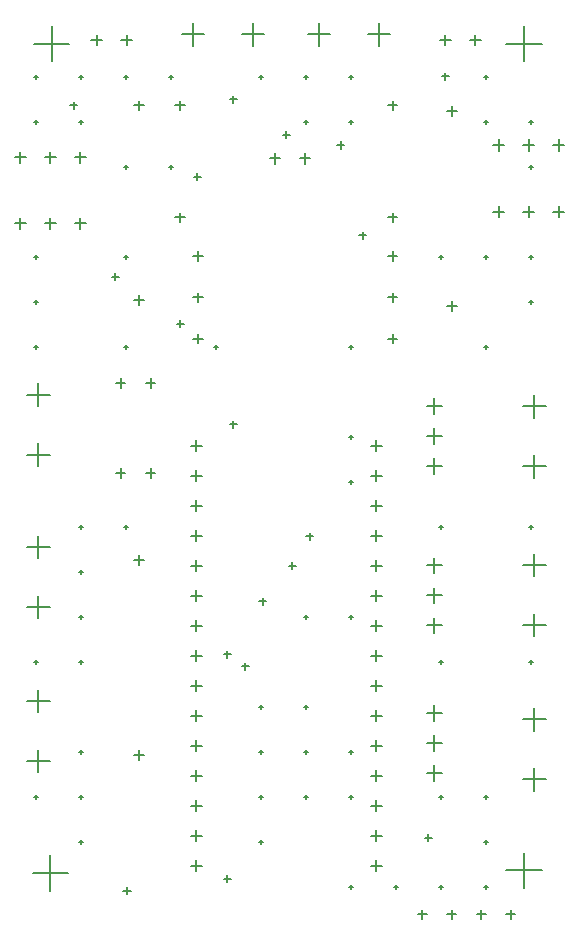
<source format=gbr>
%TF.GenerationSoftware,Altium Limited,Altium Designer,22.7.1 (60)*%
G04 Layer_Color=128*
%FSLAX45Y45*%
%MOMM*%
%TF.SameCoordinates,6F5B2F55-B7AD-49D5-9618-4F223791D6AE*%
%TF.FilePolarity,Positive*%
%TF.FileFunction,Drillmap*%
%TF.Part,Single*%
G01*
G75*
%TA.AperFunction,NonConductor*%
%ADD42C,0.12700*%
D42*
X4361900Y150000D02*
X4438100D01*
X4400000Y111900D02*
Y188100D01*
X4111900Y150000D02*
X4188100D01*
X4150000Y111900D02*
Y188100D01*
X3861900Y150000D02*
X3938100D01*
X3900000Y111900D02*
Y188100D01*
X3611900Y150000D02*
X3688100D01*
X3650000Y111900D02*
Y188100D01*
X304750Y2750000D02*
X495250D01*
X400000Y2654750D02*
Y2845250D01*
X304750Y3258000D02*
X495250D01*
X400000Y3162750D02*
Y3353250D01*
X360827Y7522599D02*
X660826D01*
X510827Y7372599D02*
Y7672599D01*
X4360826Y7522599D02*
X4660826D01*
X4510826Y7372599D02*
Y7672599D01*
X4360826Y522599D02*
X4660826D01*
X4510826Y372599D02*
Y672599D01*
X350000Y500000D02*
X650000D01*
X500000Y350000D02*
Y650000D01*
X3686000Y4454000D02*
X3814000D01*
X3750000Y4390000D02*
Y4518000D01*
X3686000Y4200000D02*
X3814000D01*
X3750000Y4136000D02*
Y4264000D01*
X3686000Y3946000D02*
X3814000D01*
X3750000Y3882000D02*
Y4010000D01*
X3686000Y3104000D02*
X3814000D01*
X3750000Y3040000D02*
Y3168000D01*
X3686000Y2850000D02*
X3814000D01*
X3750000Y2786000D02*
Y2914000D01*
X3686000Y2596000D02*
X3814000D01*
X3750000Y2532000D02*
Y2660000D01*
X3686000Y1854000D02*
X3814000D01*
X3750000Y1790000D02*
Y1918000D01*
X3686000Y1600000D02*
X3814000D01*
X3750000Y1536000D02*
Y1664000D01*
X3686000Y1346000D02*
X3814000D01*
X3750000Y1282000D02*
Y1410000D01*
X1210000Y7000000D02*
X1290000D01*
X1250000Y6960000D02*
Y7040000D01*
X1210000Y5350000D02*
X1290000D01*
X1250000Y5310000D02*
Y5390000D01*
X3860000Y6950000D02*
X3940000D01*
X3900000Y6910000D02*
Y6990000D01*
X3860000Y5300000D02*
X3940000D01*
X3900000Y5260000D02*
Y5340000D01*
X1210000Y3150000D02*
X1290000D01*
X1250000Y3110000D02*
Y3190000D01*
X1210000Y1500000D02*
X1290000D01*
X1250000Y1460000D02*
Y1540000D01*
X1310000Y4650000D02*
X1390000D01*
X1350000Y4610000D02*
Y4690000D01*
X1056000Y4650000D02*
X1136000D01*
X1096000Y4610000D02*
Y4690000D01*
X1056000Y3888000D02*
X1136000D01*
X1096000Y3848000D02*
Y3928000D01*
X1310000Y3888000D02*
X1390000D01*
X1350000Y3848000D02*
Y3928000D01*
X705740Y6000000D02*
X802260D01*
X754000Y5951740D02*
Y6048260D01*
X451740Y6000000D02*
X548260D01*
X500000Y5951740D02*
Y6048260D01*
X197740Y6000000D02*
X294260D01*
X246000Y5951740D02*
Y6048260D01*
X705740Y6557975D02*
X802260D01*
X754000Y6509715D02*
Y6606235D01*
X451740Y6557975D02*
X548260D01*
X500000Y6509715D02*
Y6606235D01*
X197740Y6557975D02*
X294260D01*
X246000Y6509715D02*
Y6606235D01*
X3802500Y7550000D02*
X3889500D01*
X3846000Y7506500D02*
Y7593500D01*
X4056500Y7550000D02*
X4143500D01*
X4100000Y7506500D02*
Y7593500D01*
X848824Y7550000D02*
X935824D01*
X892324Y7506500D02*
Y7593500D01*
X1102824Y7550000D02*
X1189824D01*
X1146324Y7506500D02*
Y7593500D01*
X4247740Y6664025D02*
X4344260D01*
X4296000Y6615765D02*
Y6712285D01*
X4501740Y6664025D02*
X4598260D01*
X4550000Y6615765D02*
Y6712285D01*
X4755740Y6664025D02*
X4852260D01*
X4804000Y6615765D02*
Y6712285D01*
X2356500Y6550000D02*
X2443500D01*
X2400000Y6506500D02*
Y6593500D01*
X2610500Y6550000D02*
X2697500D01*
X2654000Y6506500D02*
Y6593500D01*
X3360000Y5724575D02*
X3440000D01*
X3400000Y5684575D02*
Y5764574D01*
X1710000Y5724575D02*
X1790000D01*
X1750000Y5684575D02*
Y5764574D01*
X3360000Y5374149D02*
X3440000D01*
X3400000Y5334149D02*
Y5414149D01*
X1710000Y5374149D02*
X1790000D01*
X1750000Y5334149D02*
Y5414149D01*
X3360000Y5023724D02*
X3440000D01*
X3400000Y4983724D02*
Y5063724D01*
X1710000Y5023724D02*
X1790000D01*
X1750000Y4983724D02*
Y5063724D01*
X4247740Y6100000D02*
X4344260D01*
X4296000Y6051740D02*
Y6148260D01*
X4501740Y6100000D02*
X4598260D01*
X4550000Y6051740D02*
Y6148260D01*
X4755740Y6100000D02*
X4852260D01*
X4804000Y6051740D02*
Y6148260D01*
X3360000Y6050000D02*
X3440000D01*
X3400000Y6010000D02*
Y6090000D01*
X3360000Y7000000D02*
X3440000D01*
X3400000Y6960000D02*
Y7040000D01*
X1560000Y6050000D02*
X1640000D01*
X1600000Y6010000D02*
Y6090000D01*
X1560000Y7000000D02*
X1640000D01*
X1600000Y6960000D02*
Y7040000D01*
X4504750Y4450000D02*
X4695250D01*
X4600000Y4354750D02*
Y4545250D01*
X4504750Y3942000D02*
X4695250D01*
X4600000Y3846750D02*
Y4037250D01*
X4504750Y3108000D02*
X4695250D01*
X4600000Y3012750D02*
Y3203250D01*
X4504750Y2600000D02*
X4695250D01*
X4600000Y2504750D02*
Y2695250D01*
X4504750Y1800000D02*
X4695250D01*
X4600000Y1704750D02*
Y1895250D01*
X4504750Y1292000D02*
X4695250D01*
X4600000Y1196750D02*
Y1387250D01*
X1693000Y562000D02*
X1783000D01*
X1738000Y517000D02*
Y607000D01*
X1693000Y816000D02*
X1783000D01*
X1738000Y771000D02*
Y861000D01*
X1693000Y1070000D02*
X1783000D01*
X1738000Y1025000D02*
Y1115000D01*
X1693000Y1324000D02*
X1783000D01*
X1738000Y1279000D02*
Y1369000D01*
X1693000Y1578000D02*
X1783000D01*
X1738000Y1533000D02*
Y1623000D01*
X1693000Y1832000D02*
X1783000D01*
X1738000Y1787000D02*
Y1877000D01*
X1693000Y2086000D02*
X1783000D01*
X1738000Y2041000D02*
Y2131000D01*
X1693000Y2340000D02*
X1783000D01*
X1738000Y2295000D02*
Y2385000D01*
X1693000Y2594000D02*
X1783000D01*
X1738000Y2549000D02*
Y2639000D01*
X1693000Y2848000D02*
X1783000D01*
X1738000Y2803000D02*
Y2893000D01*
X1693000Y3102000D02*
X1783000D01*
X1738000Y3057000D02*
Y3147000D01*
X1693000Y3356000D02*
X1783000D01*
X1738000Y3311000D02*
Y3401000D01*
X1693000Y3610000D02*
X1783000D01*
X1738000Y3565000D02*
Y3655000D01*
X1693000Y3864000D02*
X1783000D01*
X1738000Y3819000D02*
Y3909000D01*
X1693000Y4118000D02*
X1783000D01*
X1738000Y4073000D02*
Y4163000D01*
X3217000Y4118000D02*
X3307000D01*
X3262000Y4073000D02*
Y4163000D01*
X3217000Y3864000D02*
X3307000D01*
X3262000Y3819000D02*
Y3909000D01*
X3217000Y3610000D02*
X3307000D01*
X3262000Y3565000D02*
Y3655000D01*
X3217000Y3356000D02*
X3307000D01*
X3262000Y3311000D02*
Y3401000D01*
X3217000Y3102000D02*
X3307000D01*
X3262000Y3057000D02*
Y3147000D01*
X3217000Y2848000D02*
X3307000D01*
X3262000Y2803000D02*
Y2893000D01*
X3217000Y2594000D02*
X3307000D01*
X3262000Y2549000D02*
Y2639000D01*
X3217000Y2340000D02*
X3307000D01*
X3262000Y2295000D02*
Y2385000D01*
X3217000Y2086000D02*
X3307000D01*
X3262000Y2041000D02*
Y2131000D01*
X3217000Y1832000D02*
X3307000D01*
X3262000Y1787000D02*
Y1877000D01*
X3217000Y1578000D02*
X3307000D01*
X3262000Y1533000D02*
Y1623000D01*
X3217000Y1324000D02*
X3307000D01*
X3262000Y1279000D02*
Y1369000D01*
X3217000Y1070000D02*
X3307000D01*
X3262000Y1025000D02*
Y1115000D01*
X3217000Y816000D02*
X3307000D01*
X3262000Y771000D02*
Y861000D01*
X3217000Y562000D02*
X3307000D01*
X3262000Y517000D02*
Y607000D01*
X304750Y1450000D02*
X495250D01*
X400000Y1354750D02*
Y1545250D01*
X304750Y1958000D02*
X495250D01*
X400000Y1862750D02*
Y2053250D01*
X304750Y4042000D02*
X495250D01*
X400000Y3946750D02*
Y4137250D01*
X304750Y4550000D02*
X495250D01*
X400000Y4454750D02*
Y4645250D01*
X2680325Y7600000D02*
X2870825D01*
X2775575Y7504750D02*
Y7695250D01*
X3188325Y7600000D02*
X3378825D01*
X3283575Y7504750D02*
Y7695250D01*
X1613499Y7600000D02*
X1803999D01*
X1708749Y7504750D02*
Y7695250D01*
X2121499Y7600000D02*
X2311999D01*
X2216749Y7504750D02*
Y7695250D01*
X3670000Y800000D02*
X3730000D01*
X3700000Y770000D02*
Y830000D01*
X3792500Y381000D02*
X3827500D01*
X3810000Y363500D02*
Y398500D01*
X4554500Y6858000D02*
X4589500D01*
X4572000Y6840500D02*
Y6875500D01*
X4554500Y6477000D02*
X4589500D01*
X4572000Y6459500D02*
Y6494500D01*
X4554500Y5715000D02*
X4589500D01*
X4572000Y5697500D02*
Y5732500D01*
X4554500Y5334000D02*
X4589500D01*
X4572000Y5316500D02*
Y5351500D01*
X4554500Y3429000D02*
X4589500D01*
X4572000Y3411500D02*
Y3446500D01*
X4554500Y2286000D02*
X4589500D01*
X4572000Y2268500D02*
Y2303500D01*
X4173500Y7239000D02*
X4208500D01*
X4191000Y7221500D02*
Y7256500D01*
X4173500Y6858000D02*
X4208500D01*
X4191000Y6840500D02*
Y6875500D01*
X4173500Y5715000D02*
X4208500D01*
X4191000Y5697500D02*
Y5732500D01*
X4173500Y4953000D02*
X4208500D01*
X4191000Y4935500D02*
Y4970500D01*
X4173500Y1143000D02*
X4208500D01*
X4191000Y1125500D02*
Y1160500D01*
X4173500Y762000D02*
X4208500D01*
X4191000Y744500D02*
Y779500D01*
X4173500Y381000D02*
X4208500D01*
X4191000Y363500D02*
Y398500D01*
X3792500Y5715000D02*
X3827500D01*
X3810000Y5697500D02*
Y5732500D01*
X3792500Y3429000D02*
X3827500D01*
X3810000Y3411500D02*
Y3446500D01*
X3792500Y2286000D02*
X3827500D01*
X3810000Y2268500D02*
Y2303500D01*
X3792500Y1143000D02*
X3827500D01*
X3810000Y1125500D02*
Y1160500D01*
X3411500Y381000D02*
X3446500D01*
X3429000Y363500D02*
Y398500D01*
X3030500Y7239000D02*
X3065500D01*
X3048000Y7221500D02*
Y7256500D01*
X3030500Y6858000D02*
X3065500D01*
X3048000Y6840500D02*
Y6875500D01*
X3030500Y4953000D02*
X3065500D01*
X3048000Y4935500D02*
Y4970500D01*
X3030500Y4191000D02*
X3065500D01*
X3048000Y4173500D02*
Y4208500D01*
X3030500Y3810000D02*
X3065500D01*
X3048000Y3792500D02*
Y3827500D01*
X3030500Y2667000D02*
X3065500D01*
X3048000Y2649500D02*
Y2684500D01*
X3030500Y1524000D02*
X3065500D01*
X3048000Y1506500D02*
Y1541500D01*
X3030500Y1143000D02*
X3065500D01*
X3048000Y1125500D02*
Y1160500D01*
X3030500Y381000D02*
X3065500D01*
X3048000Y363500D02*
Y398500D01*
X2649500Y7239000D02*
X2684500D01*
X2667000Y7221500D02*
Y7256500D01*
X2649500Y6858000D02*
X2684500D01*
X2667000Y6840500D02*
Y6875500D01*
X2649500Y2667000D02*
X2684500D01*
X2667000Y2649500D02*
Y2684500D01*
X2649500Y1905000D02*
X2684500D01*
X2667000Y1887500D02*
Y1922500D01*
X2649500Y1524000D02*
X2684500D01*
X2667000Y1506500D02*
Y1541500D01*
X2649500Y1143000D02*
X2684500D01*
X2667000Y1125500D02*
Y1160500D01*
X2268500Y7239000D02*
X2303500D01*
X2286000Y7221500D02*
Y7256500D01*
X2268500Y1905000D02*
X2303500D01*
X2286000Y1887500D02*
Y1922500D01*
X2268500Y1524000D02*
X2303500D01*
X2286000Y1506500D02*
Y1541500D01*
X2268500Y1143000D02*
X2303500D01*
X2286000Y1125500D02*
Y1160500D01*
X2268500Y762000D02*
X2303500D01*
X2286000Y744500D02*
Y779500D01*
X1887500Y4953000D02*
X1922500D01*
X1905000Y4935500D02*
Y4970500D01*
X1506500Y7239000D02*
X1541500D01*
X1524000Y7221500D02*
Y7256500D01*
X1506500Y6477000D02*
X1541500D01*
X1524000Y6459500D02*
Y6494500D01*
X1125500Y7239000D02*
X1160500D01*
X1143000Y7221500D02*
Y7256500D01*
X1125500Y6477000D02*
X1160500D01*
X1143000Y6459500D02*
Y6494500D01*
X1125500Y5715000D02*
X1160500D01*
X1143000Y5697500D02*
Y5732500D01*
X1125500Y4953000D02*
X1160500D01*
X1143000Y4935500D02*
Y4970500D01*
X1125500Y3429000D02*
X1160500D01*
X1143000Y3411500D02*
Y3446500D01*
X744500Y7239000D02*
X779500D01*
X762000Y7221500D02*
Y7256500D01*
X744500Y6858000D02*
X779500D01*
X762000Y6840500D02*
Y6875500D01*
X744500Y3429000D02*
X779500D01*
X762000Y3411500D02*
Y3446500D01*
X744500Y3048000D02*
X779500D01*
X762000Y3030500D02*
Y3065500D01*
X744500Y2667000D02*
X779500D01*
X762000Y2649500D02*
Y2684500D01*
X744500Y2286000D02*
X779500D01*
X762000Y2268500D02*
Y2303500D01*
X744500Y1524000D02*
X779500D01*
X762000Y1506500D02*
Y1541500D01*
X744500Y1143000D02*
X779500D01*
X762000Y1125500D02*
Y1160500D01*
X744500Y762000D02*
X779500D01*
X762000Y744500D02*
Y779500D01*
X363500Y7239000D02*
X398500D01*
X381000Y7221500D02*
Y7256500D01*
X363500Y6858000D02*
X398500D01*
X381000Y6840500D02*
Y6875500D01*
X363500Y5715000D02*
X398500D01*
X381000Y5697500D02*
Y5732500D01*
X363500Y5334000D02*
X398500D01*
X381000Y5316500D02*
Y5351500D01*
X363500Y4953000D02*
X398500D01*
X381000Y4935500D02*
Y4970500D01*
X363500Y2286000D02*
X398500D01*
X381000Y2268500D02*
Y2303500D01*
X363500Y1143000D02*
X398500D01*
X381000Y1125500D02*
Y1160500D01*
X1120000Y350000D02*
X1180000D01*
X1150000Y320000D02*
Y380000D01*
X2470000Y6750000D02*
X2530000D01*
X2500000Y6720000D02*
Y6780000D01*
X2520000Y3100000D02*
X2580000D01*
X2550000Y3070000D02*
Y3130000D01*
X2270000Y2800000D02*
X2330000D01*
X2300000Y2770000D02*
Y2830000D01*
X2665922Y3349296D02*
X2725921D01*
X2695921Y3319296D02*
Y3379296D01*
X2929947Y6663321D02*
X2989947D01*
X2959947Y6633322D02*
Y6693321D01*
X3115922Y5899296D02*
X3175922D01*
X3145922Y5869296D02*
Y5929296D01*
X3816000Y7246000D02*
X3876000D01*
X3846000Y7216000D02*
Y7276000D01*
X2020000Y7050000D02*
X2080000D01*
X2050000Y7020000D02*
Y7080000D01*
X1715271Y6393727D02*
X1775271D01*
X1745271Y6363727D02*
Y6423727D01*
X2120000Y2250000D02*
X2180000D01*
X2150000Y2220000D02*
Y2280000D01*
X2020000Y4300000D02*
X2080000D01*
X2050000Y4270000D02*
Y4330000D01*
X1970000Y2350000D02*
X2030000D01*
X2000000Y2320000D02*
Y2380000D01*
X1970000Y450000D02*
X2030000D01*
X2000000Y420000D02*
Y480000D01*
X1020000Y5550000D02*
X1080000D01*
X1050000Y5520000D02*
Y5580000D01*
X1570000Y5150000D02*
X1630000D01*
X1600000Y5120000D02*
Y5180000D01*
X670000Y7000000D02*
X730000D01*
X700000Y6970000D02*
Y7030000D01*
%TF.MD5,be7ed6974e65df018b640ceb5dd85006*%
M02*

</source>
